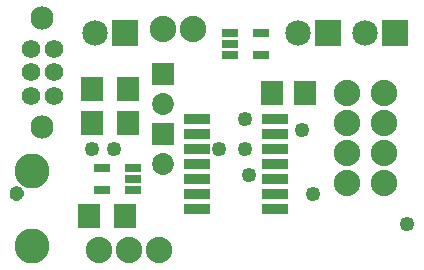
<source format=gts>
G04 MADE WITH FRITZING*
G04 WWW.FRITZING.ORG*
G04 DOUBLE SIDED*
G04 HOLES PLATED*
G04 CONTOUR ON CENTER OF CONTOUR VECTOR*
%ASAXBY*%
%FSLAX23Y23*%
%MOIN*%
%OFA0B0*%
%SFA1.0B1.0*%
%ADD10C,0.015748*%
%ADD11C,0.061496*%
%ADD12C,0.077244*%
%ADD13C,0.116299*%
%ADD14C,0.049370*%
%ADD15C,0.072992*%
%ADD16C,0.088000*%
%ADD17C,0.085000*%
%ADD18R,0.072992X0.072992*%
%ADD19R,0.072992X0.084803*%
%ADD20R,0.072992X0.080866*%
%ADD21R,0.057244X0.031653*%
%ADD22R,0.090000X0.036000*%
%ADD23R,0.085000X0.085000*%
%ADD24R,0.001000X0.001000*%
%LNMASK1*%
G90*
G70*
G54D10*
X21Y255D03*
G54D11*
X68Y580D03*
X146Y580D03*
X68Y659D03*
X146Y659D03*
X68Y737D03*
X146Y737D03*
G54D12*
X107Y840D03*
X107Y477D03*
G54D11*
X68Y580D03*
X146Y580D03*
X68Y659D03*
X146Y659D03*
X68Y737D03*
X146Y737D03*
G54D12*
X107Y840D03*
X107Y477D03*
G54D13*
X71Y80D03*
X71Y330D03*
G54D14*
X346Y405D03*
G54D15*
X509Y453D03*
X509Y355D03*
X509Y653D03*
X509Y555D03*
G54D14*
X1009Y255D03*
X784Y405D03*
X796Y317D03*
X696Y405D03*
X971Y467D03*
X784Y505D03*
X1321Y155D03*
X271Y405D03*
G54D16*
X496Y67D03*
X396Y67D03*
X296Y67D03*
X509Y805D03*
X609Y805D03*
X1246Y592D03*
X1246Y492D03*
X1246Y392D03*
X1246Y292D03*
X1121Y592D03*
X1121Y492D03*
X1121Y392D03*
X1121Y292D03*
G54D17*
X384Y792D03*
X284Y792D03*
X1059Y792D03*
X959Y792D03*
X1284Y792D03*
X1184Y792D03*
G54D18*
X509Y453D03*
X509Y653D03*
G54D19*
X271Y492D03*
X393Y492D03*
X271Y605D03*
X393Y605D03*
X384Y180D03*
X262Y180D03*
G54D20*
X871Y592D03*
X982Y592D03*
G54D21*
X409Y267D03*
X409Y305D03*
X409Y342D03*
X306Y342D03*
X306Y267D03*
G54D22*
X623Y505D03*
X623Y455D03*
X623Y405D03*
X623Y355D03*
X623Y305D03*
X623Y255D03*
X623Y205D03*
X884Y205D03*
X884Y255D03*
X884Y305D03*
X884Y355D03*
X884Y405D03*
X884Y455D03*
X884Y505D03*
G54D21*
X734Y792D03*
X734Y755D03*
X734Y717D03*
X836Y717D03*
X836Y792D03*
G54D23*
X384Y792D03*
X1059Y792D03*
X1284Y792D03*
G54D24*
X16Y279D02*
X26Y279D01*
X13Y278D02*
X28Y278D01*
X11Y277D02*
X30Y277D01*
X9Y276D02*
X32Y276D01*
X8Y275D02*
X34Y275D01*
X7Y274D02*
X35Y274D01*
X5Y273D02*
X36Y273D01*
X4Y272D02*
X37Y272D01*
X3Y271D02*
X38Y271D01*
X3Y270D02*
X39Y270D01*
X2Y269D02*
X40Y269D01*
X1Y268D02*
X41Y268D01*
X0Y267D02*
X41Y267D01*
X0Y266D02*
X42Y266D01*
X0Y265D02*
X42Y265D01*
X0Y264D02*
X43Y264D01*
X0Y263D02*
X43Y263D01*
X0Y262D02*
X44Y262D01*
X0Y261D02*
X44Y261D01*
X0Y260D02*
X44Y260D01*
X0Y259D02*
X45Y259D01*
X0Y258D02*
X45Y258D01*
X0Y257D02*
X45Y257D01*
X0Y256D02*
X45Y256D01*
X0Y255D02*
X45Y255D01*
X0Y254D02*
X45Y254D01*
X0Y253D02*
X45Y253D01*
X0Y252D02*
X45Y252D01*
X0Y251D02*
X44Y251D01*
X0Y250D02*
X44Y250D01*
X0Y249D02*
X44Y249D01*
X0Y248D02*
X43Y248D01*
X0Y247D02*
X43Y247D01*
X0Y246D02*
X43Y246D01*
X0Y245D02*
X42Y245D01*
X0Y244D02*
X42Y244D01*
X1Y243D02*
X41Y243D01*
X1Y242D02*
X40Y242D01*
X2Y241D02*
X39Y241D01*
X3Y240D02*
X39Y240D01*
X4Y239D02*
X38Y239D01*
X5Y238D02*
X37Y238D01*
X6Y237D02*
X36Y237D01*
X7Y236D02*
X34Y236D01*
X8Y235D02*
X33Y235D01*
X10Y234D02*
X32Y234D01*
X12Y233D02*
X30Y233D01*
X14Y232D02*
X27Y232D01*
X17Y231D02*
X24Y231D01*
D02*
G04 End of Mask1*
M02*
</source>
